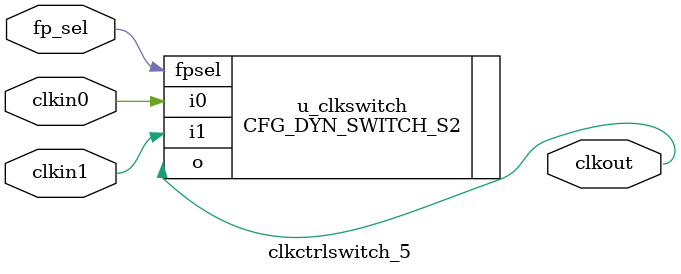
<source format=v>

module clkctrlswitch_5(
    clkin0,
    clkin1,
    fp_sel,
    clkout
);

input clkin0;
input clkin1;
input fp_sel;
output clkout;

CFG_DYN_SWITCH_S2 #(
        .SEL (2'b11),
        .gclk_mux (5)
)
u_clkswitch (
        .o (clkout),
        .i0 (clkin0),
        .i1 (clkin1),
        .fpsel (fp_sel)
);

endmodule

// ============================================================
//                  clkctrlswitch Setting
//
// Warning: This part is read by Fuxi, please don't modify it.
// ============================================================
// Device          : H1D03N0L144C7
// Module          : clkctrlswitch_5
// IP core         : clkctrlswitch
// IP Version      : 1

// Mux             : 5
// Simulation Files: 
// Synthesis Files : 

</source>
